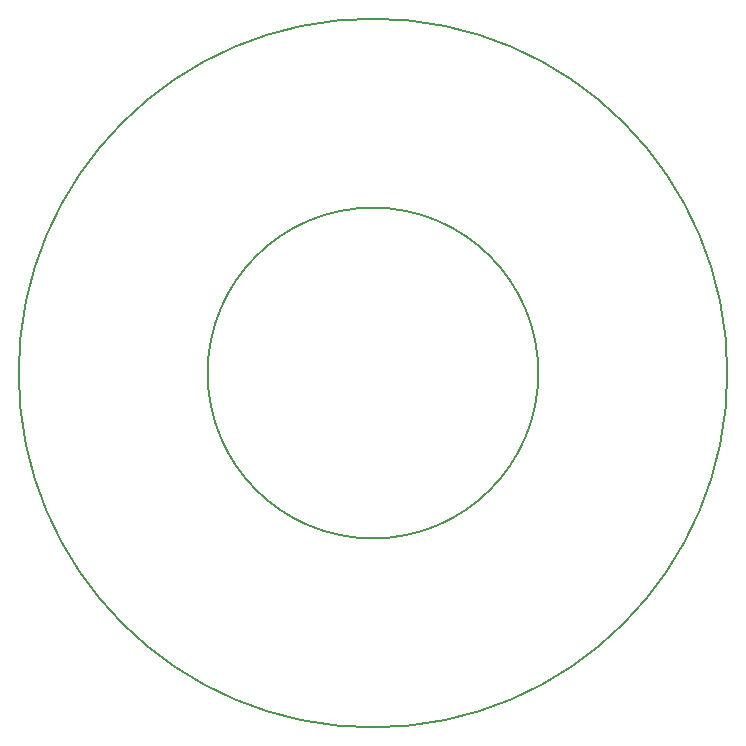
<source format=gbr>
G04 #@! TF.GenerationSoftware,KiCad,Pcbnew,(5.0.2)-1*
G04 #@! TF.CreationDate,2020-03-10T14:07:47-07:00*
G04 #@! TF.ProjectId,ring_illuminator,72696e67-5f69-46c6-9c75-6d696e61746f,rev?*
G04 #@! TF.SameCoordinates,Original*
G04 #@! TF.FileFunction,Profile,NP*
%FSLAX46Y46*%
G04 Gerber Fmt 4.6, Leading zero omitted, Abs format (unit mm)*
G04 Created by KiCad (PCBNEW (5.0.2)-1) date 3/10/2020 2:07:47 PM*
%MOMM*%
%LPD*%
G01*
G04 APERTURE LIST*
%ADD10C,0.150000*%
G04 APERTURE END LIST*
D10*
X30000000Y0D02*
G75*
G03X30000000Y0I-30000000J0D01*
G01*
X14000000Y0D02*
G75*
G03X14000000Y0I-14000000J0D01*
G01*
M02*

</source>
